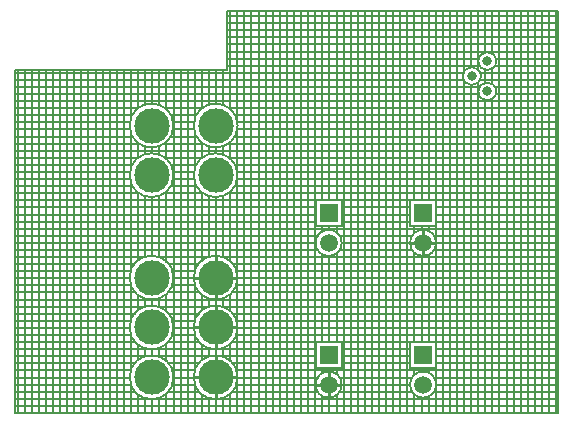
<source format=gbl>
G04*
G04 #@! TF.GenerationSoftware,Altium Limited,Altium Designer,18.0.9 (584)*
G04*
G04 Layer_Physical_Order=2*
G04 Layer_Color=16711680*
%FSLAX43Y43*%
%MOMM*%
G71*
G01*
G75*
%ADD10C,0.254*%
%ADD11C,0.200*%
%ADD18C,0.800*%
%ADD19R,1.500X1.500*%
%ADD20C,1.500*%
%ADD21C,3.000*%
D10*
X36565Y31380D02*
X37569D01*
X36565Y30376D02*
Y31380D01*
Y32384D01*
X35561Y31380D02*
X36565D01*
X28565Y19380D02*
Y20384D01*
Y19380D02*
X29569D01*
X28565Y18376D02*
Y19380D01*
X27561D02*
X28565D01*
X19000Y28435D02*
X20754D01*
X17246D02*
X19000D01*
Y26681D02*
Y28435D01*
Y30189D01*
Y24218D02*
Y25972D01*
Y24218D02*
X20754D01*
X19000Y22463D02*
Y24218D01*
X17246D02*
X19000D01*
Y20000D02*
X20754D01*
X19000Y18246D02*
Y20000D01*
Y21754D01*
X17246Y20000D02*
X19000D01*
D11*
X42754Y46770D02*
G03*
X42754Y46770I-754J0D01*
G01*
X42754Y44200D02*
G03*
X42754Y44200I-754J0D01*
G01*
X41454Y45500D02*
G03*
X41454Y45500I-754J0D01*
G01*
X37669Y31380D02*
G03*
X37669Y31380I-1104J0D01*
G01*
X29669D02*
G03*
X29669Y31380I-1104J0D01*
G01*
X37669Y19380D02*
G03*
X37669Y19380I-1104J0D01*
G01*
X29669D02*
G03*
X29669Y19380I-1104J0D01*
G01*
X20854Y41315D02*
G03*
X20854Y41315I-1854J0D01*
G01*
Y37115D02*
G03*
X20854Y37115I-1854J0D01*
G01*
Y28435D02*
G03*
X20854Y28435I-1854J0D01*
G01*
X15431Y41315D02*
G03*
X15431Y41315I-1854J0D01*
G01*
Y37115D02*
G03*
X15431Y37115I-1854J0D01*
G01*
X15432Y28435D02*
G03*
X15432Y28435I-1854J0D01*
G01*
X20854Y24218D02*
G03*
X20854Y24218I-1854J0D01*
G01*
X15432D02*
G03*
X15432Y24218I-1854J0D01*
G01*
X20854Y20000D02*
G03*
X20854Y20000I-1854J0D01*
G01*
X15432D02*
G03*
X15432Y20000I-1854J0D01*
G01*
X42724Y46980D02*
X48000D01*
X42645Y46380D02*
X48000D01*
X41400Y45780D02*
X48000D01*
X41383Y45180D02*
X48000D01*
X42435Y47386D02*
Y51000D01*
X41835Y47506D02*
Y51000D01*
X42651Y44580D02*
X48000D01*
X42721Y43980D02*
X48000D01*
X42435Y44816D02*
Y46154D01*
X41835Y44936D02*
Y46034D01*
X20000Y48780D02*
X48000D01*
X20000Y49380D02*
X48000D01*
X20000Y48180D02*
X48000D01*
X20000Y50580D02*
X48000D01*
X20000Y51000D02*
X48000D01*
X20000Y49980D02*
X48000D01*
X20136Y42780D02*
X48000D01*
X20000Y47580D02*
X48000D01*
X20640Y42180D02*
X48000D01*
X20835Y41580D02*
X48000D01*
X20000Y46380D02*
X41355D01*
X20823Y40980D02*
X48000D01*
X37669Y33780D02*
X48000D01*
X37669Y34380D02*
X48000D01*
X37669Y33180D02*
X48000D01*
X20835Y37380D02*
X48000D01*
X20823Y36780D02*
X48000D01*
X37669Y34980D02*
X48000D01*
X20853Y28380D02*
X48000D01*
X20772Y28980D02*
X48000D01*
X20854Y24180D02*
X48000D01*
X37669Y31380D02*
X48000D01*
X37492Y31980D02*
X48000D01*
X37492Y30780D02*
X48000D01*
X20640Y37980D02*
X48000D01*
X20601Y36180D02*
X48000D01*
X20040Y35580D02*
X48000D01*
X20601Y40380D02*
X48000D01*
X20040Y39780D02*
X48000D01*
X20136Y38580D02*
X48000D01*
X20767Y24780D02*
X48000D01*
X20444Y25380D02*
X48000D01*
X20741Y23580D02*
X48000D01*
X20734Y27780D02*
X48000D01*
X20458Y29580D02*
X48000D01*
X20365Y27180D02*
X48000D01*
X40035Y45855D02*
Y51000D01*
X37635Y35024D02*
Y51000D01*
X41235Y46032D02*
Y51000D01*
X40635Y46251D02*
Y51000D01*
X36435Y35024D02*
Y51000D01*
X29235Y35024D02*
Y51000D01*
X37035Y35024D02*
Y51000D01*
X37669Y32816D02*
Y35024D01*
X35835D02*
Y51000D01*
X35461Y35024D02*
X37669D01*
X35461Y32816D02*
Y35024D01*
X29669Y32816D02*
Y35024D01*
Y34980D02*
X35461D01*
X20835Y41581D02*
Y51000D01*
X20000Y46980D02*
X41276D01*
X20835Y37381D02*
Y41049D01*
X20235Y42698D02*
Y51000D01*
X20000Y46000D02*
Y51000D01*
X20235Y38498D02*
Y39932D01*
X28635Y35024D02*
Y51000D01*
X28035Y35024D02*
Y51000D01*
X27461Y35024D02*
X29669D01*
X20835Y28701D02*
Y36849D01*
X20235Y29818D02*
Y35732D01*
X27461Y32816D02*
Y35024D01*
X37635Y31652D02*
Y32816D01*
X37035Y32379D02*
Y32816D01*
X35461D02*
X37669D01*
X35835Y32208D02*
Y32816D01*
X29669Y34380D02*
X35461D01*
X36435Y32476D02*
Y32816D01*
X37035Y23024D02*
Y30381D01*
X29669Y33180D02*
X35461D01*
X29669Y33780D02*
X35461D01*
X27461Y32816D02*
X29669D01*
X28635Y32482D02*
Y32816D01*
X28035Y32348D02*
Y32816D01*
X29235Y32257D02*
Y32816D01*
X29669Y31380D02*
X35461D01*
X29492Y31980D02*
X35638D01*
X29492Y30780D02*
X35638D01*
X20835Y24483D02*
Y28169D01*
X20235Y25600D02*
Y27052D01*
X43635Y17000D02*
Y51000D01*
X43035Y17000D02*
Y51000D01*
X44835Y17000D02*
Y51000D01*
X44235Y17000D02*
Y51000D01*
X42435Y17000D02*
Y43584D01*
X41235Y17000D02*
Y44968D01*
X41835Y17000D02*
Y43464D01*
X47835Y17000D02*
Y51000D01*
X47235Y17000D02*
Y51000D01*
X48000Y17000D02*
Y51000D01*
X46035Y17000D02*
Y51000D01*
X45435Y17000D02*
Y51000D01*
X46635Y17000D02*
Y51000D01*
X37669Y20816D02*
Y23024D01*
X37635D02*
Y31108D01*
X35461Y23024D02*
X37669D01*
X36435D02*
Y30284D01*
X35835Y23024D02*
Y30552D01*
X29669Y22980D02*
X35461D01*
X40035Y17000D02*
Y45145D01*
X39435Y17000D02*
Y51000D01*
X40635Y17000D02*
Y44749D01*
X38835Y17000D02*
Y51000D01*
X38235Y17000D02*
Y51000D01*
X35461Y20816D02*
Y23024D01*
X37669Y22380D02*
X48000D01*
X37669Y22980D02*
X48000D01*
X37669Y21780D02*
X48000D01*
X37669Y21180D02*
X48000D01*
X37035Y20379D02*
Y20816D01*
X36435Y20476D02*
Y20816D01*
X37669Y19380D02*
X48000D01*
X37492Y19980D02*
X48000D01*
X37492Y18780D02*
X48000D01*
X37635Y17000D02*
Y19108D01*
Y19652D02*
Y20816D01*
X37035Y17000D02*
Y18381D01*
X35835Y20208D02*
Y20816D01*
X35461D02*
X37669D01*
X20761Y20580D02*
X48000D01*
X29669Y21780D02*
X35461D01*
X29669Y22380D02*
X35461D01*
X29669Y21180D02*
X35461D01*
X35835Y17000D02*
Y18552D01*
X36435Y17000D02*
Y18284D01*
X29669Y19380D02*
X35461D01*
X29492Y19980D02*
X35638D01*
X29492Y18780D02*
X35638D01*
X31035Y17000D02*
Y51000D01*
X30435Y17000D02*
Y51000D01*
X31635Y17000D02*
Y51000D01*
X29835Y17000D02*
Y51000D01*
X29235Y23024D02*
Y30502D01*
X28635Y23024D02*
Y30278D01*
X34635Y17000D02*
Y51000D01*
X34035Y17000D02*
Y51000D01*
X35235Y17000D02*
Y51000D01*
X32835Y17000D02*
Y51000D01*
X32235Y17000D02*
Y51000D01*
X33435Y17000D02*
Y51000D01*
X27435Y17000D02*
Y51000D01*
X26835Y17000D02*
Y51000D01*
X28035Y23024D02*
Y30412D01*
X25635Y17000D02*
Y51000D01*
X25035Y17000D02*
Y51000D01*
X26235Y17000D02*
Y51000D01*
X23835Y17000D02*
Y51000D01*
X23235Y17000D02*
Y51000D01*
X24435Y17000D02*
Y51000D01*
X22035Y17000D02*
Y51000D01*
X21435Y17000D02*
Y51000D01*
X22635Y17000D02*
Y51000D01*
X29669Y20816D02*
Y23024D01*
X27461D02*
X29669D01*
X29235Y20257D02*
Y20816D01*
X28635Y20482D02*
Y20816D01*
X28035Y20348D02*
Y20816D01*
X29235Y17000D02*
Y18502D01*
X28635Y17000D02*
Y18278D01*
X28035Y17000D02*
Y18412D01*
X20430Y21180D02*
X27461D01*
X20380Y22980D02*
X27461D01*
Y20816D02*
X29669D01*
X27461D02*
Y23024D01*
X20835Y20266D02*
Y23952D01*
X20235Y21383D02*
Y22835D01*
X20854Y19980D02*
X27638D01*
X20396Y18780D02*
X27638D01*
X20835Y17000D02*
Y19734D01*
X20747Y19380D02*
X27461D01*
X20235Y17000D02*
Y18617D01*
X19635Y43057D02*
Y46000D01*
X19035Y43169D02*
Y46000D01*
Y38969D02*
Y39461D01*
X18435Y43081D02*
Y46000D01*
X17835Y42757D02*
Y46000D01*
X15217Y42180D02*
X17360D01*
X19635Y38857D02*
Y39573D01*
X18435Y38881D02*
Y39549D01*
X17835Y38557D02*
Y39873D01*
X15217Y37980D02*
X17360D01*
X17835Y29877D02*
Y35673D01*
X2000Y43980D02*
X41279D01*
X2000Y44580D02*
X41349D01*
X2000Y43380D02*
X48000D01*
X2000Y45780D02*
X40000D01*
X2000Y46000D02*
X20000D01*
X2000Y45180D02*
X40017D01*
X14617Y39780D02*
X17960D01*
X2000Y39180D02*
X48000D01*
X14713Y38580D02*
X17864D01*
X15178Y40380D02*
X17399D01*
X14713Y42780D02*
X17864D01*
X15178Y36180D02*
X17399D01*
X19635Y30177D02*
Y35373D01*
X19627Y30180D02*
X48000D01*
X19035Y30289D02*
Y35261D01*
X18435Y30201D02*
Y35349D01*
X15036Y29580D02*
X17542D01*
X19035Y26071D02*
Y26581D01*
X15312Y27780D02*
X17266D01*
X2000Y33180D02*
X27461D01*
X2000Y33780D02*
X27461D01*
X2000Y32580D02*
X48000D01*
X14617Y35580D02*
X17960D01*
X2000Y34980D02*
X27461D01*
X2000Y34380D02*
X27461D01*
X2000Y30780D02*
X27638D01*
X2000Y31980D02*
X27638D01*
X2000Y26580D02*
X48000D01*
X14204Y30180D02*
X18373D01*
X2000Y31380D02*
X27461D01*
X14942Y27180D02*
X17635D01*
X17235Y41882D02*
Y46000D01*
X14835Y42677D02*
Y46000D01*
X15412Y41580D02*
X17165D01*
X15400Y40980D02*
X17177D01*
X13635Y43168D02*
Y46000D01*
X13035Y43088D02*
Y46000D01*
X14235Y43048D02*
Y46000D01*
X17235Y37682D02*
Y40748D01*
X14835Y38477D02*
Y39953D01*
X14235Y38848D02*
Y39582D01*
X13035Y38888D02*
Y39542D01*
X12435Y38575D02*
Y39854D01*
X13635Y38968D02*
Y39462D01*
X12435Y42775D02*
Y46000D01*
X2000Y42780D02*
X12441D01*
X2000Y42180D02*
X11937D01*
X11835Y41949D02*
Y46000D01*
X2000Y41580D02*
X11742D01*
X2000Y40980D02*
X11754D01*
X2000Y39780D02*
X12537D01*
X11835Y37749D02*
Y40681D01*
X2000Y40380D02*
X11976D01*
X2000Y38580D02*
X12441D01*
X15412Y37380D02*
X17165D01*
X15400Y36780D02*
X17177D01*
X14235Y30169D02*
Y35382D01*
X13035Y30208D02*
Y35342D01*
X12435Y29895D02*
Y35654D01*
X13635Y30288D02*
Y35262D01*
X17235Y29002D02*
Y36548D01*
X15350Y28980D02*
X17228D01*
X15431Y28380D02*
X17147D01*
X14835Y29797D02*
Y35753D01*
X11835Y29068D02*
Y36481D01*
X13635Y26071D02*
Y26582D01*
X2000Y35580D02*
X12537D01*
X2000Y36180D02*
X11976D01*
X2000Y30180D02*
X12951D01*
X2000Y37380D02*
X11742D01*
X2000Y37980D02*
X11937D01*
X2000Y36780D02*
X11754D01*
X2000Y29580D02*
X12119D01*
X2000Y27180D02*
X12213D01*
X2000Y28380D02*
X11724D01*
X2000Y28980D02*
X11805D01*
X2000Y27780D02*
X11843D01*
X19635Y25959D02*
Y26693D01*
X19576Y25980D02*
X48000D01*
X17835Y25660D02*
Y26993D01*
X17235Y24785D02*
Y27868D01*
X18435Y25983D02*
Y26669D01*
X19635Y21742D02*
Y22476D01*
X19246Y22380D02*
X27461D01*
X17835Y21442D02*
Y22775D01*
X17235Y20567D02*
Y23650D01*
X18435Y21766D02*
Y22452D01*
X15022Y25380D02*
X17556D01*
X14153Y25980D02*
X18424D01*
X15431Y24180D02*
X17146D01*
X15344Y24780D02*
X17233D01*
X15318Y23580D02*
X17259D01*
X16635Y17000D02*
Y46000D01*
X14958Y22980D02*
X17620D01*
X16035Y17000D02*
Y46000D01*
X15435Y17000D02*
Y46000D01*
X19519Y21780D02*
X27461D01*
X19035Y21854D02*
Y22364D01*
X19635Y17000D02*
Y18258D01*
X19353Y18180D02*
X48000D01*
X19035Y17000D02*
Y18146D01*
X17835Y17000D02*
Y18558D01*
X17235Y17000D02*
Y19433D01*
X18435Y17000D02*
Y18234D01*
X14096Y21780D02*
X18481D01*
X13824Y22380D02*
X18754D01*
X15008Y21180D02*
X17570D01*
X15431Y19980D02*
X17146D01*
X15338Y20580D02*
X17239D01*
X15325Y19380D02*
X17253D01*
X2000Y17580D02*
X48000D01*
X2000Y17000D02*
X48000D01*
X14973Y18780D02*
X17604D01*
X13931Y18180D02*
X18647D01*
X14835Y25580D02*
Y27073D01*
X14235Y25951D02*
Y26701D01*
X13035Y25990D02*
Y26662D01*
X11835Y24850D02*
Y27802D01*
X11235Y17000D02*
Y46000D01*
X12435Y25678D02*
Y26975D01*
X10035Y17000D02*
Y46000D01*
X9435Y17000D02*
Y46000D01*
X10635Y17000D02*
Y46000D01*
X8235Y17000D02*
Y46000D01*
X7635Y17000D02*
Y46000D01*
X8835Y17000D02*
Y46000D01*
X7035Y17000D02*
Y46000D01*
X2000Y25980D02*
X13002D01*
X2000Y25380D02*
X12133D01*
X5235Y17000D02*
Y46000D01*
X4635Y17000D02*
Y46000D01*
X5835Y17000D02*
Y46000D01*
X4035Y17000D02*
Y46000D01*
X3435Y17000D02*
Y46000D01*
X6435Y17000D02*
Y46000D01*
X2235Y17000D02*
Y46000D01*
X2000Y17000D02*
Y46000D01*
X2835Y17000D02*
Y46000D01*
X14835Y21362D02*
Y22855D01*
X14235Y21734D02*
Y22484D01*
X13635Y21853D02*
Y22364D01*
X12435Y21460D02*
Y22757D01*
X11835Y20633D02*
Y23585D01*
X13035Y21773D02*
Y22445D01*
X14835Y17000D02*
Y18638D01*
X14235Y17000D02*
Y18266D01*
X13635Y17000D02*
Y18147D01*
X12435Y17000D02*
Y18540D01*
X11835Y17000D02*
Y19367D01*
X13035Y17000D02*
Y18227D01*
X2000Y22380D02*
X13331D01*
X2000Y22980D02*
X12197D01*
X2000Y21780D02*
X13059D01*
X2000Y24180D02*
X11724D01*
X2000Y24780D02*
X11811D01*
X2000Y23580D02*
X11837D01*
X2000Y18780D02*
X12182D01*
X2000Y21180D02*
X12147D01*
X2000Y18180D02*
X13224D01*
X2000Y19980D02*
X11724D01*
X2000Y20580D02*
X11817D01*
X2000Y19380D02*
X11830D01*
D18*
X40700Y45500D02*
D03*
X42000Y46770D02*
D03*
X42000Y44200D02*
D03*
D19*
X28565Y21920D02*
D03*
X36565Y33920D02*
D03*
X28565D02*
D03*
X36565Y21920D02*
D03*
D20*
X28565Y19380D02*
D03*
X36565Y31380D02*
D03*
X28565D02*
D03*
X36565Y19380D02*
D03*
D21*
X19000Y24218D02*
D03*
X13578D02*
D03*
X19000Y20000D02*
D03*
X13578Y28435D02*
D03*
X19000D02*
D03*
X13578Y20000D02*
D03*
X13577Y37115D02*
D03*
Y41315D02*
D03*
X19000Y37115D02*
D03*
Y41315D02*
D03*
M02*

</source>
